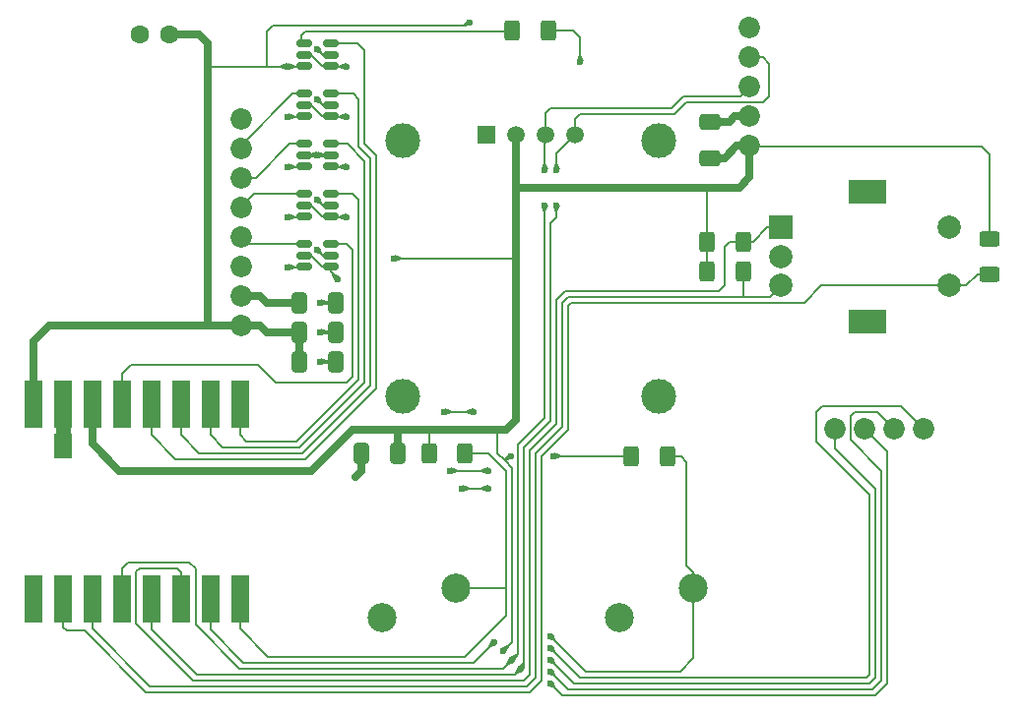
<source format=gtl>
G04 #@! TF.GenerationSoftware,KiCad,Pcbnew,9.0.5*
G04 #@! TF.CreationDate,2025-10-24T02:47:50+02:00*
G04 #@! TF.ProjectId,ESPHomeModule,45535048-6f6d-4654-9d6f-64756c652e6b,V1.0*
G04 #@! TF.SameCoordinates,Original*
G04 #@! TF.FileFunction,Copper,L1,Top*
G04 #@! TF.FilePolarity,Positive*
%FSLAX46Y46*%
G04 Gerber Fmt 4.6, Leading zero omitted, Abs format (unit mm)*
G04 Created by KiCad (PCBNEW 9.0.5) date 2025-10-24 02:47:50*
%MOMM*%
%LPD*%
G01*
G04 APERTURE LIST*
G04 Aperture macros list*
%AMRoundRect*
0 Rectangle with rounded corners*
0 $1 Rounding radius*
0 $2 $3 $4 $5 $6 $7 $8 $9 X,Y pos of 4 corners*
0 Add a 4 corners polygon primitive as box body*
4,1,4,$2,$3,$4,$5,$6,$7,$8,$9,$2,$3,0*
0 Add four circle primitives for the rounded corners*
1,1,$1+$1,$2,$3*
1,1,$1+$1,$4,$5*
1,1,$1+$1,$6,$7*
1,1,$1+$1,$8,$9*
0 Add four rect primitives between the rounded corners*
20,1,$1+$1,$2,$3,$4,$5,0*
20,1,$1+$1,$4,$5,$6,$7,0*
20,1,$1+$1,$6,$7,$8,$9,0*
20,1,$1+$1,$8,$9,$2,$3,0*%
G04 Aperture macros list end*
G04 #@! TA.AperFunction,ComponentPad*
%ADD10C,1.600000*%
G04 #@! TD*
G04 #@! TA.AperFunction,ComponentPad*
%ADD11C,1.850000*%
G04 #@! TD*
G04 #@! TA.AperFunction,SMDPad,CuDef*
%ADD12RoundRect,0.250000X-0.400000X-0.625000X0.400000X-0.625000X0.400000X0.625000X-0.400000X0.625000X0*%
G04 #@! TD*
G04 #@! TA.AperFunction,ComponentPad*
%ADD13R,2.000000X2.000000*%
G04 #@! TD*
G04 #@! TA.AperFunction,ComponentPad*
%ADD14C,2.000000*%
G04 #@! TD*
G04 #@! TA.AperFunction,ComponentPad*
%ADD15R,3.200000X2.000000*%
G04 #@! TD*
G04 #@! TA.AperFunction,SMDPad,CuDef*
%ADD16RoundRect,0.250000X0.400000X0.625000X-0.400000X0.625000X-0.400000X-0.625000X0.400000X-0.625000X0*%
G04 #@! TD*
G04 #@! TA.AperFunction,SMDPad,CuDef*
%ADD17RoundRect,0.250000X-0.412500X-0.650000X0.412500X-0.650000X0.412500X0.650000X-0.412500X0.650000X0*%
G04 #@! TD*
G04 #@! TA.AperFunction,ComponentPad*
%ADD18R,1.508000X1.508000*%
G04 #@! TD*
G04 #@! TA.AperFunction,ComponentPad*
%ADD19C,1.508000*%
G04 #@! TD*
G04 #@! TA.AperFunction,ComponentPad*
%ADD20C,3.000000*%
G04 #@! TD*
G04 #@! TA.AperFunction,SMDPad,CuDef*
%ADD21RoundRect,0.150000X0.512500X0.150000X-0.512500X0.150000X-0.512500X-0.150000X0.512500X-0.150000X0*%
G04 #@! TD*
G04 #@! TA.AperFunction,ComponentPad*
%ADD22C,2.500000*%
G04 #@! TD*
G04 #@! TA.AperFunction,SMDPad,CuDef*
%ADD23R,1.524000X4.025000*%
G04 #@! TD*
G04 #@! TA.AperFunction,SMDPad,CuDef*
%ADD24RoundRect,0.250000X0.412500X0.650000X-0.412500X0.650000X-0.412500X-0.650000X0.412500X-0.650000X0*%
G04 #@! TD*
G04 #@! TA.AperFunction,SMDPad,CuDef*
%ADD25RoundRect,0.250000X0.650000X-0.412500X0.650000X0.412500X-0.650000X0.412500X-0.650000X-0.412500X0*%
G04 #@! TD*
G04 #@! TA.AperFunction,SMDPad,CuDef*
%ADD26RoundRect,0.250000X-0.625000X0.400000X-0.625000X-0.400000X0.625000X-0.400000X0.625000X0.400000X0*%
G04 #@! TD*
G04 #@! TA.AperFunction,ViaPad*
%ADD27C,0.600000*%
G04 #@! TD*
G04 #@! TA.AperFunction,Conductor*
%ADD28C,0.200000*%
G04 #@! TD*
G04 #@! TA.AperFunction,Conductor*
%ADD29C,0.635000*%
G04 #@! TD*
G04 #@! TA.AperFunction,Conductor*
%ADD30C,0.317500*%
G04 #@! TD*
G04 #@! TA.AperFunction,Conductor*
%ADD31C,1.270000*%
G04 #@! TD*
G04 APERTURE END LIST*
D10*
X118442000Y-57834000D03*
X115942000Y-57834000D03*
D11*
X124600000Y-82900000D03*
X124600000Y-80360000D03*
X124600000Y-77820000D03*
X124600000Y-75280000D03*
X124600000Y-72740000D03*
X124600000Y-70200000D03*
X124600000Y-67660000D03*
X124600000Y-65120000D03*
D12*
X158150000Y-94200000D03*
X161250000Y-94200000D03*
D13*
X171000000Y-74500000D03*
D14*
X171000000Y-79500000D03*
X171000000Y-77000000D03*
D15*
X178500000Y-71400000D03*
X178500000Y-82600000D03*
D14*
X185500000Y-79500000D03*
X185500000Y-74500000D03*
D16*
X151050000Y-57500000D03*
X147950000Y-57500000D03*
D17*
X129599500Y-80948000D03*
X132724500Y-80948000D03*
D18*
X145690000Y-66500000D03*
D19*
X148230000Y-66500000D03*
X150770000Y-66500000D03*
X153310000Y-66500000D03*
D20*
X138500000Y-67000000D03*
X160500000Y-67000000D03*
X160500000Y-89000000D03*
X138500000Y-89000000D03*
D17*
X129599500Y-86028000D03*
X132724500Y-86028000D03*
D21*
X132299500Y-64880000D03*
X132299500Y-63930000D03*
X132299500Y-62980000D03*
X130024500Y-62980000D03*
X130024500Y-63930000D03*
X130024500Y-64880000D03*
D12*
X164700000Y-78250000D03*
X167800000Y-78250000D03*
D17*
X129599500Y-83488000D03*
X132724500Y-83488000D03*
D12*
X164700000Y-75750000D03*
X167800000Y-75750000D03*
D22*
X143110000Y-105540000D03*
X136760000Y-108080000D03*
D12*
X140788000Y-93902000D03*
X143888000Y-93902000D03*
D21*
X132299500Y-60562000D03*
X132299500Y-59612000D03*
X132299500Y-58662000D03*
X130024500Y-58662000D03*
X130024500Y-59612000D03*
X130024500Y-60562000D03*
D23*
X124530000Y-89718000D03*
X121990000Y-89718000D03*
X119450000Y-89718000D03*
X116910000Y-89718000D03*
X111830000Y-89718000D03*
X114370000Y-89718000D03*
X106744000Y-106482000D03*
X106750000Y-89718000D03*
X109284000Y-106482000D03*
X111824000Y-106482000D03*
X114364000Y-106482000D03*
X116904000Y-106482000D03*
X119444000Y-106482000D03*
X121984000Y-106482000D03*
X124524000Y-106482000D03*
X109290000Y-89718000D03*
D21*
X132299500Y-69198000D03*
X132299500Y-68248000D03*
X132299500Y-67298000D03*
X130024500Y-67298000D03*
X130024500Y-68248000D03*
X130024500Y-69198000D03*
D22*
X163510000Y-105540000D03*
X157160000Y-108080000D03*
D11*
X168350000Y-57320000D03*
X168350000Y-59860000D03*
X168350000Y-62400000D03*
X168350000Y-64940000D03*
X168350000Y-67480000D03*
D21*
X132299500Y-77834000D03*
X132299500Y-76884000D03*
X132299500Y-75934000D03*
X130024500Y-75934000D03*
X130024500Y-76884000D03*
X130024500Y-77834000D03*
X132299500Y-73516000D03*
X132299500Y-72566000D03*
X132299500Y-71616000D03*
X130024500Y-71616000D03*
X130024500Y-72566000D03*
X130024500Y-73516000D03*
D24*
X138058500Y-93902000D03*
X134933500Y-93902000D03*
D25*
X164944000Y-68540500D03*
X164944000Y-65415500D03*
D11*
X183320000Y-91800000D03*
X180780000Y-91800000D03*
X178240000Y-91800000D03*
X175700000Y-91800000D03*
D26*
X189000000Y-75450000D03*
X189000000Y-78550000D03*
D27*
X133702000Y-60628000D03*
X151228000Y-110666000D03*
X147164000Y-110920000D03*
X133702000Y-64946000D03*
X133702000Y-73582000D03*
X151482000Y-94156000D03*
X132940000Y-78916000D03*
X137766000Y-77138000D03*
X147799000Y-94156000D03*
X133702000Y-69264000D03*
X131162000Y-63422000D03*
X131416000Y-86028000D03*
X131416000Y-80948000D03*
X109700000Y-93300000D03*
X131162000Y-68248000D03*
X145894000Y-95426000D03*
X131162000Y-59104000D03*
X109700000Y-92600000D03*
X108900000Y-94000000D03*
X109700000Y-94000000D03*
X131162000Y-72058000D03*
X134464000Y-95934000D03*
X108900000Y-92600000D03*
X142592000Y-95426000D03*
X131416000Y-83488000D03*
X108900000Y-93300000D03*
X151228000Y-113714000D03*
X131162000Y-76376000D03*
X150720000Y-72566000D03*
X147926000Y-111682000D03*
X151228000Y-111682000D03*
X150720000Y-69518000D03*
X151228000Y-112698000D03*
X151736000Y-69518000D03*
X151736000Y-72566000D03*
X148688000Y-112444000D03*
X128622000Y-60628000D03*
X142084000Y-90346000D03*
X128622000Y-77900000D03*
X144250000Y-56818000D03*
X144624000Y-90346000D03*
X128622000Y-64946000D03*
X128622000Y-69264000D03*
X128622000Y-73582000D03*
X146402000Y-110158000D03*
X151228000Y-109650000D03*
X143608000Y-96950000D03*
X145894000Y-96950000D03*
X153768000Y-60247000D03*
D28*
X146656000Y-93902000D02*
X146656000Y-91870000D01*
X147926000Y-110158000D02*
X147926000Y-95172000D01*
X147926000Y-95172000D02*
X147291000Y-94537000D01*
X147799000Y-94156000D02*
X147672000Y-94156000D01*
X147164000Y-110920000D02*
X147926000Y-110158000D01*
X174596000Y-89838000D02*
X174088000Y-90346000D01*
D29*
X164690000Y-71042000D02*
X164944000Y-71042000D01*
X111830000Y-93112000D02*
X111830000Y-89718000D01*
D28*
X183320000Y-91800000D02*
X181358000Y-89838000D01*
X189000000Y-68174000D02*
X189000000Y-75450000D01*
X188312000Y-67486000D02*
X189000000Y-68174000D01*
X176120000Y-113206000D02*
X154784000Y-113206000D01*
X178660000Y-97458000D02*
X178660000Y-99236000D01*
X164700000Y-75750000D02*
X164700000Y-71052000D01*
X132874000Y-69198000D02*
X132512000Y-69198000D01*
D29*
X140814000Y-91870000D02*
X138020000Y-91870000D01*
D28*
X178660000Y-99236000D02*
X178660000Y-102792000D01*
X132299500Y-78275500D02*
X132940000Y-78916000D01*
X130654000Y-76884000D02*
X131604000Y-77834000D01*
D29*
X147418000Y-91870000D02*
X147164000Y-91870000D01*
D28*
X132874000Y-73516000D02*
X131604000Y-73516000D01*
D29*
X138058500Y-94156000D02*
X138058500Y-91908500D01*
X148230000Y-91058000D02*
X147418000Y-91870000D01*
D28*
X131604000Y-60562000D02*
X130654000Y-59612000D01*
X177390000Y-96188000D02*
X178660000Y-97458000D01*
X132940000Y-73582000D02*
X132874000Y-73516000D01*
D29*
X166175500Y-68540500D02*
X167236000Y-67480000D01*
D28*
X137766000Y-77138000D02*
X148230000Y-77138000D01*
X132940000Y-64946000D02*
X132874000Y-64880000D01*
X132940000Y-69264000D02*
X132874000Y-69198000D01*
X140814000Y-94130000D02*
X140814000Y-91870000D01*
X157944000Y-94156000D02*
X151482000Y-94156000D01*
X178406000Y-113206000D02*
X176120000Y-113206000D01*
X131604000Y-77834000D02*
X132512000Y-77834000D01*
X130654000Y-72566000D02*
X129812000Y-72566000D01*
X129812000Y-76884000D02*
X130654000Y-76884000D01*
X140788000Y-94156000D02*
X140814000Y-94130000D01*
X164700000Y-75750000D02*
X164700000Y-78250000D01*
X153768000Y-113206000D02*
X152498000Y-111936000D01*
D29*
X114144000Y-95426000D02*
X111830000Y-93112000D01*
D28*
X178660000Y-102792000D02*
X178660000Y-112444000D01*
X158150000Y-94200000D02*
X158100000Y-94200000D01*
X177898000Y-89838000D02*
X174596000Y-89838000D01*
X158000000Y-94100000D02*
X157944000Y-94156000D01*
X147291000Y-94537000D02*
X146656000Y-93902000D01*
D29*
X143862000Y-91870000D02*
X140814000Y-91870000D01*
X167484000Y-71042000D02*
X168350000Y-70176000D01*
D28*
X181358000Y-89838000D02*
X177898000Y-89838000D01*
D29*
X138058500Y-91908500D02*
X138020000Y-91870000D01*
D28*
X132299500Y-77834000D02*
X132299500Y-78275500D01*
X133702000Y-64946000D02*
X132940000Y-64946000D01*
X152498000Y-111936000D02*
X151228000Y-110666000D01*
D29*
X148230000Y-71042000D02*
X148230000Y-77138000D01*
D28*
X132874000Y-60562000D02*
X131604000Y-60562000D01*
D29*
X147164000Y-91870000D02*
X146656000Y-91870000D01*
D28*
X174088000Y-92886000D02*
X177390000Y-96188000D01*
X131604000Y-64880000D02*
X130654000Y-63930000D01*
X147672000Y-94156000D02*
X147291000Y-94537000D01*
X168350000Y-67480000D02*
X168356000Y-67486000D01*
X133702000Y-60628000D02*
X132940000Y-60628000D01*
D29*
X134210000Y-91870000D02*
X130654000Y-95426000D01*
X164944000Y-71042000D02*
X167484000Y-71042000D01*
D28*
X133702000Y-73582000D02*
X132940000Y-73582000D01*
D29*
X164700000Y-71052000D02*
X164690000Y-71042000D01*
X167236000Y-67480000D02*
X168350000Y-67480000D01*
D28*
X174088000Y-90346000D02*
X174088000Y-92886000D01*
X178660000Y-112952000D02*
X178406000Y-113206000D01*
D29*
X168350000Y-70176000D02*
X168350000Y-67480000D01*
X164944000Y-68540500D02*
X166175500Y-68540500D01*
D28*
X130654000Y-59612000D02*
X129812000Y-59612000D01*
X178660000Y-112444000D02*
X178660000Y-112952000D01*
X168356000Y-67486000D02*
X188312000Y-67486000D01*
X132940000Y-60628000D02*
X132874000Y-60562000D01*
X132874000Y-64880000D02*
X131604000Y-64880000D01*
D29*
X148230000Y-77138000D02*
X148230000Y-91058000D01*
X138020000Y-91870000D02*
X134210000Y-91870000D01*
X148230000Y-71042000D02*
X164690000Y-71042000D01*
X130654000Y-95426000D02*
X114144000Y-95426000D01*
D28*
X130654000Y-63930000D02*
X129812000Y-63930000D01*
D29*
X146656000Y-91870000D02*
X143862000Y-91870000D01*
D28*
X158100000Y-94200000D02*
X158000000Y-94100000D01*
X154784000Y-113206000D02*
X153768000Y-113206000D01*
X131604000Y-73516000D02*
X130654000Y-72566000D01*
D29*
X148230000Y-66500000D02*
X148230000Y-71042000D01*
D28*
X133702000Y-69264000D02*
X132940000Y-69264000D01*
X125254000Y-75934000D02*
X124600000Y-75280000D01*
X129812000Y-75934000D02*
X125254000Y-75934000D01*
X131162000Y-68248000D02*
X129812000Y-68248000D01*
D29*
X166584500Y-65415500D02*
X167060000Y-64940000D01*
D28*
X179168000Y-114730000D02*
X152244000Y-114730000D01*
X152244000Y-114730000D02*
X151228000Y-113714000D01*
X132512000Y-72566000D02*
X131670000Y-72566000D01*
X145894000Y-95426000D02*
X142592000Y-95426000D01*
X180184000Y-93744000D02*
X180184000Y-113714000D01*
D29*
X134933500Y-95464500D02*
X134464000Y-95934000D01*
D28*
X131670000Y-72566000D02*
X131162000Y-72058000D01*
D30*
X132724500Y-86028000D02*
X131416000Y-86028000D01*
D28*
X132512000Y-59612000D02*
X131670000Y-59612000D01*
D29*
X164944000Y-65415500D02*
X166584500Y-65415500D01*
D28*
X132512000Y-63930000D02*
X131670000Y-63930000D01*
X131670000Y-59612000D02*
X131162000Y-59104000D01*
D30*
X132724500Y-80948000D02*
X131416000Y-80948000D01*
D28*
X131670000Y-76884000D02*
X131162000Y-76376000D01*
D31*
X109290000Y-89718000D02*
X109290000Y-92390000D01*
D29*
X134933500Y-94156000D02*
X134933500Y-95464500D01*
D28*
X132512000Y-68248000D02*
X131162000Y-68248000D01*
D29*
X167060000Y-64940000D02*
X168350000Y-64940000D01*
D30*
X132724500Y-83488000D02*
X131416000Y-83488000D01*
D31*
X109300000Y-92400000D02*
X109290000Y-92390000D01*
D28*
X131670000Y-63930000D02*
X131162000Y-63422000D01*
X180184000Y-113714000D02*
X179168000Y-114730000D01*
X132512000Y-76884000D02*
X131670000Y-76884000D01*
X178240000Y-91800000D02*
X180184000Y-93744000D01*
X125724000Y-71616000D02*
X124600000Y-72740000D01*
X129812000Y-71616000D02*
X125724000Y-71616000D01*
X147926000Y-111682000D02*
X147164000Y-112444000D01*
X148434000Y-93140000D02*
X148434000Y-111174000D01*
X162658000Y-63168000D02*
X167582000Y-63168000D01*
X179168000Y-96950000D02*
X179168000Y-113206000D01*
X120700000Y-103887000D02*
X120113000Y-103300000D01*
X150720000Y-72566000D02*
X150720000Y-90854000D01*
X147164000Y-112444000D02*
X124444000Y-112444000D01*
X153260000Y-113714000D02*
X151228000Y-111682000D01*
X150720000Y-90854000D02*
X148434000Y-93140000D01*
X150770000Y-66500000D02*
X150720000Y-66550000D01*
X161642000Y-64184000D02*
X162658000Y-63168000D01*
X178660000Y-113714000D02*
X153260000Y-113714000D01*
X120700000Y-108700000D02*
X120700000Y-103887000D01*
X148434000Y-111174000D02*
X147926000Y-111682000D01*
X124444000Y-112444000D02*
X120700000Y-108700000D01*
X179168000Y-113206000D02*
X178660000Y-113714000D01*
X120113000Y-103300000D02*
X114906000Y-103300000D01*
X175700000Y-91800000D02*
X175700000Y-93482000D01*
X150770000Y-66500000D02*
X150770000Y-64642000D01*
X151228000Y-64184000D02*
X161642000Y-64184000D01*
X150720000Y-66550000D02*
X150720000Y-66724000D01*
X167582000Y-63168000D02*
X168350000Y-62400000D01*
X175700000Y-93482000D02*
X179168000Y-96950000D01*
X114906000Y-103300000D02*
X114364000Y-103842000D01*
X150720000Y-66550000D02*
X150720000Y-69518000D01*
X114364000Y-103842000D02*
X114364000Y-106482000D01*
X150770000Y-64642000D02*
X151228000Y-64184000D01*
X180780000Y-91800000D02*
X179326000Y-90346000D01*
X170024000Y-63168000D02*
X170024000Y-60374000D01*
X151736000Y-72566000D02*
X151736000Y-73582000D01*
X162912000Y-63676000D02*
X169516000Y-63676000D01*
X179676000Y-113460000D02*
X178914000Y-114222000D01*
X177000000Y-92750000D02*
X179676000Y-95426000D01*
X178914000Y-114222000D02*
X152752000Y-114222000D01*
X169516000Y-63676000D02*
X170024000Y-63168000D01*
X179326000Y-90346000D02*
X177390000Y-90346000D01*
X148942000Y-112190000D02*
X148688000Y-112444000D01*
X152752000Y-114222000D02*
X151228000Y-112698000D01*
X151736000Y-68074000D02*
X153310000Y-66500000D01*
X116904000Y-106482000D02*
X116904000Y-109056000D01*
X153768000Y-64692000D02*
X161896000Y-64692000D01*
X177390000Y-90346000D02*
X177000000Y-90736000D01*
X153310000Y-66500000D02*
X153310000Y-65150000D01*
X177000000Y-90736000D02*
X177000000Y-92750000D01*
X170024000Y-60374000D02*
X169510000Y-59860000D01*
X148180000Y-112952000D02*
X120800000Y-112952000D01*
X116904000Y-109056000D02*
X120800000Y-112952000D01*
X153310000Y-65150000D02*
X153768000Y-64692000D01*
X179676000Y-95426000D02*
X179676000Y-113460000D01*
X148688000Y-112444000D02*
X148180000Y-112952000D01*
X151736000Y-73582000D02*
X151228000Y-74090000D01*
X161896000Y-64692000D02*
X162912000Y-63676000D01*
X148942000Y-93394000D02*
X148942000Y-112190000D01*
X151228000Y-91108000D02*
X148942000Y-93394000D01*
X151736000Y-69518000D02*
X151736000Y-68074000D01*
X151228000Y-74090000D02*
X151228000Y-91108000D01*
X169510000Y-59860000D02*
X168350000Y-59860000D01*
D29*
X106750000Y-84278000D02*
X108128000Y-82900000D01*
X129599500Y-83488000D02*
X129599500Y-86028000D01*
X124600000Y-82900000D02*
X121764000Y-82900000D01*
D28*
X129450000Y-77834000D02*
X129812000Y-77834000D01*
X129384000Y-73582000D02*
X129450000Y-73516000D01*
D29*
X126844000Y-83488000D02*
X129599500Y-83488000D01*
D28*
X129704000Y-60562000D02*
X129812000Y-60562000D01*
X129384000Y-77900000D02*
X129450000Y-77834000D01*
X129638000Y-60628000D02*
X129704000Y-60562000D01*
X144624000Y-90346000D02*
X142084000Y-90346000D01*
D29*
X126256000Y-82900000D02*
X126844000Y-83488000D01*
X121764000Y-59104000D02*
X121764000Y-58596000D01*
D28*
X129384000Y-64946000D02*
X129450000Y-64880000D01*
D29*
X121002000Y-57834000D02*
X118442000Y-57834000D01*
D28*
X129450000Y-69198000D02*
X129812000Y-69198000D01*
X129450000Y-64880000D02*
X129812000Y-64880000D01*
D29*
X108128000Y-82900000D02*
X121764000Y-82900000D01*
X121764000Y-60628000D02*
X121764000Y-60374000D01*
D28*
X128622000Y-64946000D02*
X129384000Y-64946000D01*
X128622000Y-77900000D02*
X129384000Y-77900000D01*
X129450000Y-73516000D02*
X129812000Y-73516000D01*
X128622000Y-69264000D02*
X129384000Y-69264000D01*
D29*
X124600000Y-82900000D02*
X126256000Y-82900000D01*
D28*
X128622000Y-60628000D02*
X129638000Y-60628000D01*
D29*
X106750000Y-89718000D02*
X106750000Y-84278000D01*
X121764000Y-82900000D02*
X121764000Y-60628000D01*
D28*
X126844000Y-60628000D02*
X121764000Y-60628000D01*
X129384000Y-69264000D02*
X129450000Y-69198000D01*
X128622000Y-60628000D02*
X126844000Y-60628000D01*
D29*
X121764000Y-60374000D02*
X121764000Y-59104000D01*
X121764000Y-58596000D02*
X121002000Y-57834000D01*
D28*
X128622000Y-73582000D02*
X129384000Y-73582000D01*
X129812000Y-67298000D02*
X128810000Y-67298000D01*
X128810000Y-67298000D02*
X125908000Y-70200000D01*
X125908000Y-70200000D02*
X124600000Y-70200000D01*
X129064000Y-62980000D02*
X124600000Y-67444000D01*
X124600000Y-67444000D02*
X124600000Y-67660000D01*
X129812000Y-62980000D02*
X129064000Y-62980000D01*
X134718000Y-63422000D02*
X134718000Y-67486000D01*
X134276000Y-62980000D02*
X134718000Y-63422000D01*
X134718000Y-67486000D02*
X135734000Y-68502000D01*
X132512000Y-62980000D02*
X134276000Y-62980000D01*
X129892000Y-93902000D02*
X121002000Y-93902000D01*
X135734000Y-68502000D02*
X135734000Y-88060000D01*
X135734000Y-88060000D02*
X129892000Y-93902000D01*
X121002000Y-93902000D02*
X119450000Y-92350000D01*
X119450000Y-92350000D02*
X119450000Y-89718000D01*
X121990000Y-92350000D02*
X121990000Y-89718000D01*
X135226000Y-68756000D02*
X135226000Y-87806000D01*
X129638000Y-93394000D02*
X123034000Y-93394000D01*
X132512000Y-67298000D02*
X133768000Y-67298000D01*
X133768000Y-67298000D02*
X135226000Y-68756000D01*
X135226000Y-87806000D02*
X129638000Y-93394000D01*
X123034000Y-93394000D02*
X121990000Y-92350000D01*
X127606000Y-87806000D02*
X126082000Y-86282000D01*
X133702000Y-75934000D02*
X134210000Y-76442000D01*
X115160000Y-86282000D02*
X114370000Y-87072000D01*
X126082000Y-86282000D02*
X115160000Y-86282000D01*
X134210000Y-76442000D02*
X134210000Y-87298000D01*
X134210000Y-87298000D02*
X133702000Y-87806000D01*
X132512000Y-75934000D02*
X133702000Y-75934000D01*
X133702000Y-87806000D02*
X127606000Y-87806000D01*
X114370000Y-87072000D02*
X114370000Y-89718000D01*
X124530000Y-92350000D02*
X124530000Y-89718000D01*
X134210000Y-71616000D02*
X134718000Y-72124000D01*
X129384000Y-92886000D02*
X125066000Y-92886000D01*
X132512000Y-71616000D02*
X134210000Y-71616000D01*
X134718000Y-87552000D02*
X129384000Y-92886000D01*
X134718000Y-72124000D02*
X134718000Y-87552000D01*
X125066000Y-92886000D02*
X124530000Y-92350000D01*
X115600000Y-108600000D02*
X115600000Y-104130000D01*
X115922000Y-103808000D02*
X119097000Y-103808000D01*
X167800000Y-75750000D02*
X166586000Y-75750000D01*
X151736000Y-91362000D02*
X149450000Y-93648000D01*
X149450000Y-93648000D02*
X149450000Y-112952000D01*
X149450000Y-112952000D02*
X148942000Y-113460000D01*
X165706000Y-79932000D02*
X152498000Y-79932000D01*
X148942000Y-113460000D02*
X120460000Y-113460000D01*
X167800000Y-75750000D02*
X168618000Y-75750000D01*
X120460000Y-113460000D02*
X115600000Y-108600000D01*
X169868000Y-74500000D02*
X171000000Y-74500000D01*
X115600000Y-104130000D02*
X115922000Y-103808000D01*
X166586000Y-75750000D02*
X166214000Y-76122000D01*
X166214000Y-76122000D02*
X166214000Y-79424000D01*
X151736000Y-80694000D02*
X151736000Y-91362000D01*
X119444000Y-104155000D02*
X119444000Y-106482000D01*
X119097000Y-103808000D02*
X119444000Y-104155000D01*
X152498000Y-79932000D02*
X151736000Y-80694000D01*
X166214000Y-79424000D02*
X165706000Y-79932000D01*
X168618000Y-75750000D02*
X169868000Y-74500000D01*
X149958000Y-113206000D02*
X149196000Y-113968000D01*
X152244000Y-80948000D02*
X152244000Y-91616000D01*
X149196000Y-113968000D02*
X116768000Y-113968000D01*
X171000000Y-79500000D02*
X170060000Y-80440000D01*
X167800000Y-78250000D02*
X167800000Y-80378000D01*
X152752000Y-80440000D02*
X152244000Y-80948000D01*
X167738000Y-80440000D02*
X152752000Y-80440000D01*
X170060000Y-80440000D02*
X167738000Y-80440000D01*
X111824000Y-109024000D02*
X116768000Y-113968000D01*
X167800000Y-80378000D02*
X167738000Y-80440000D01*
X152244000Y-91616000D02*
X149958000Y-93902000D01*
X149958000Y-93902000D02*
X149958000Y-113206000D01*
X111824000Y-106482000D02*
X111824000Y-109024000D01*
X149450000Y-114476000D02*
X150466000Y-113460000D01*
X153006000Y-80948000D02*
X173072000Y-80948000D01*
X109300000Y-106498000D02*
X109300000Y-108900000D01*
X116430000Y-114476000D02*
X149450000Y-114476000D01*
X174520000Y-79500000D02*
X185500000Y-79500000D01*
X109600000Y-109200000D02*
X111154000Y-109200000D01*
X186966000Y-79500000D02*
X185500000Y-79500000D01*
X109206908Y-107379908D02*
X109222908Y-107395908D01*
X187916000Y-78550000D02*
X186966000Y-79500000D01*
X173072000Y-80948000D02*
X174520000Y-79500000D01*
X111154000Y-109200000D02*
X116430000Y-114476000D01*
X109300000Y-108900000D02*
X109600000Y-109200000D01*
X152752000Y-81202000D02*
X153006000Y-80948000D01*
X189000000Y-78550000D02*
X187916000Y-78550000D01*
X150466000Y-94156000D02*
X152752000Y-91870000D01*
X150466000Y-113460000D02*
X150466000Y-94156000D01*
X152752000Y-91870000D02*
X152752000Y-81202000D01*
X132512000Y-58662000D02*
X134652000Y-58662000D01*
X134652000Y-58662000D02*
X135226000Y-59236000D01*
X135226000Y-59236000D02*
X135226000Y-67232000D01*
X118970000Y-94410000D02*
X116910000Y-92350000D01*
X116910000Y-92350000D02*
X116910000Y-89718000D01*
X136242000Y-88314000D02*
X130146000Y-94410000D01*
X136242000Y-68248000D02*
X136242000Y-88314000D01*
X135226000Y-67232000D02*
X136242000Y-68248000D01*
X130146000Y-94410000D02*
X118970000Y-94410000D01*
X126900000Y-111428000D02*
X143862000Y-111428000D01*
X143110000Y-105540000D02*
X147372000Y-105540000D01*
X147418000Y-107872000D02*
X147418000Y-105586000D01*
X147418000Y-105586000D02*
X147418000Y-95426000D01*
X124524000Y-109052000D02*
X126900000Y-111428000D01*
X147418000Y-95426000D02*
X145894000Y-93902000D01*
X145894000Y-93902000D02*
X143888000Y-93902000D01*
X143862000Y-111428000D02*
X147418000Y-107872000D01*
X143110000Y-105540000D02*
X142846000Y-105276000D01*
X124524000Y-106482000D02*
X124524000Y-109052000D01*
X147372000Y-105540000D02*
X147418000Y-105586000D01*
X144624000Y-111936000D02*
X124800000Y-111936000D01*
X162912000Y-94664000D02*
X162912000Y-103554000D01*
X121984000Y-106482000D02*
X121984000Y-109120000D01*
X146402000Y-110158000D02*
X144624000Y-111936000D01*
X121984000Y-109120000D02*
X124800000Y-111936000D01*
X163510000Y-111592000D02*
X163510000Y-105540000D01*
X162448000Y-94200000D02*
X162912000Y-94664000D01*
X163510000Y-104152000D02*
X163510000Y-105540000D01*
X162404000Y-112698000D02*
X163510000Y-111592000D01*
X161250000Y-94200000D02*
X162448000Y-94200000D01*
X154276000Y-112698000D02*
X162404000Y-112698000D01*
X151228000Y-109650000D02*
X154276000Y-112698000D01*
X162912000Y-103554000D02*
X163510000Y-104152000D01*
X143608000Y-96950000D02*
X145894000Y-96950000D01*
D29*
X124600000Y-80360000D02*
X126256000Y-80360000D01*
X126256000Y-80360000D02*
X126844000Y-80948000D01*
X126844000Y-80948000D02*
X129599500Y-80948000D01*
D28*
X130146000Y-57580000D02*
X147870000Y-57580000D01*
X129812000Y-58662000D02*
X129812000Y-57914000D01*
X129812000Y-57914000D02*
X130146000Y-57580000D01*
X147870000Y-57580000D02*
X147950000Y-57500000D01*
X151050000Y-57500000D02*
X153180000Y-57500000D01*
X153180000Y-57500000D02*
X153768000Y-58088000D01*
X153768000Y-58088000D02*
X153768000Y-60247000D01*
X126844000Y-57580000D02*
X126844000Y-60628000D01*
X127352000Y-57072000D02*
X126844000Y-57580000D01*
X143887000Y-57072000D02*
X127352000Y-57072000D01*
X144141000Y-56818000D02*
X143887000Y-57072000D01*
X144250000Y-56818000D02*
X144141000Y-56818000D01*
G04 #@! TA.AperFunction,Conductor*
G36*
X109946288Y-92218954D02*
G01*
X110027070Y-92272930D01*
X110081046Y-92353712D01*
X110100000Y-92449000D01*
X110100000Y-94151000D01*
X110081046Y-94246288D01*
X110027070Y-94327070D01*
X109946288Y-94381046D01*
X109851000Y-94400000D01*
X108749000Y-94400000D01*
X108653712Y-94381046D01*
X108572930Y-94327070D01*
X108518954Y-94246288D01*
X108500000Y-94151000D01*
X108500000Y-92449000D01*
X108518954Y-92353712D01*
X108572930Y-92272930D01*
X108653712Y-92218954D01*
X108749000Y-92200000D01*
X109851000Y-92200000D01*
X109946288Y-92218954D01*
G37*
G04 #@! TD.AperFunction*
G04 #@! TA.AperFunction,Conductor*
G36*
X147519277Y-110434902D02*
G01*
X147649097Y-110564722D01*
X147652524Y-110572995D01*
X147651422Y-110577953D01*
X147419193Y-111074373D01*
X147412583Y-111080414D01*
X147403637Y-111080013D01*
X147402127Y-111079164D01*
X147165265Y-110922015D01*
X147161984Y-110918734D01*
X147004835Y-110681872D01*
X147003116Y-110673084D01*
X147008116Y-110665655D01*
X147009621Y-110664808D01*
X147506048Y-110432576D01*
X147514992Y-110432176D01*
X147519277Y-110434902D01*
G37*
G04 #@! TD.AperFunction*
G04 #@! TA.AperFunction,Conductor*
G36*
X132597949Y-78428576D02*
G01*
X132908713Y-78573953D01*
X133094373Y-78660806D01*
X133100414Y-78667416D01*
X133100013Y-78676362D01*
X133099164Y-78677872D01*
X132942015Y-78914734D01*
X132938734Y-78918015D01*
X132701872Y-79075164D01*
X132693084Y-79076883D01*
X132685655Y-79071883D01*
X132684806Y-79070373D01*
X132611997Y-78914734D01*
X132452576Y-78573951D01*
X132452176Y-78565007D01*
X132454900Y-78560724D01*
X132584723Y-78430901D01*
X132592995Y-78427475D01*
X132597949Y-78428576D01*
G37*
G04 #@! TD.AperFunction*
G04 #@! TA.AperFunction,Conductor*
G36*
X137837282Y-76848389D02*
G01*
X138352525Y-77035204D01*
X138359134Y-77041244D01*
X138360236Y-77046202D01*
X138360236Y-77229797D01*
X138356809Y-77238070D01*
X138352524Y-77240796D01*
X137837290Y-77427608D01*
X137828344Y-77427207D01*
X137822303Y-77420597D01*
X137821837Y-77418939D01*
X137765469Y-77140318D01*
X137765469Y-77135680D01*
X137821835Y-76857067D01*
X137826834Y-76849641D01*
X137835622Y-76847922D01*
X137837282Y-76848389D01*
G37*
G04 #@! TD.AperFunction*
G04 #@! TA.AperFunction,Conductor*
G36*
X151553282Y-93866389D02*
G01*
X152068525Y-94053204D01*
X152075134Y-94059244D01*
X152076236Y-94064202D01*
X152076236Y-94247797D01*
X152072809Y-94256070D01*
X152068524Y-94258796D01*
X151553290Y-94445608D01*
X151544344Y-94445207D01*
X151538303Y-94438597D01*
X151537837Y-94436939D01*
X151481469Y-94158318D01*
X151481469Y-94153680D01*
X151537835Y-93875067D01*
X151542834Y-93867641D01*
X151551622Y-93865922D01*
X151553282Y-93866389D01*
G37*
G04 #@! TD.AperFunction*
G04 #@! TA.AperFunction,Conductor*
G36*
X133639655Y-64656792D02*
G01*
X133645696Y-64663402D01*
X133646165Y-64665070D01*
X133702530Y-64943680D01*
X133702530Y-64948320D01*
X133646165Y-65226929D01*
X133641165Y-65234358D01*
X133632377Y-65236077D01*
X133630709Y-65235608D01*
X133115476Y-65048796D01*
X133108866Y-65042755D01*
X133107764Y-65037797D01*
X133107764Y-64854202D01*
X133111191Y-64845929D01*
X133115473Y-64843204D01*
X133630711Y-64656391D01*
X133639655Y-64656792D01*
G37*
G04 #@! TD.AperFunction*
G04 #@! TA.AperFunction,Conductor*
G36*
X151482344Y-110510116D02*
G01*
X151483193Y-110511626D01*
X151555080Y-110665293D01*
X151674791Y-110921193D01*
X151715422Y-111008046D01*
X151715823Y-111016992D01*
X151713097Y-111021277D01*
X151583277Y-111151097D01*
X151575004Y-111154524D01*
X151570047Y-111153422D01*
X151419428Y-111082961D01*
X151073626Y-110921193D01*
X151067585Y-110914583D01*
X151067986Y-110905637D01*
X151068835Y-110904127D01*
X151225985Y-110667263D01*
X151229263Y-110663985D01*
X151466127Y-110506834D01*
X151474915Y-110505116D01*
X151482344Y-110510116D01*
G37*
G04 #@! TD.AperFunction*
G04 #@! TA.AperFunction,Conductor*
G36*
X147559283Y-93995780D02*
G01*
X147795634Y-94152591D01*
X147800633Y-94160017D01*
X147800646Y-94160087D01*
X147800647Y-94160088D01*
X147855425Y-94439514D01*
X147853654Y-94448292D01*
X147846975Y-94453066D01*
X147401708Y-94572487D01*
X147392829Y-94571320D01*
X147390404Y-94569459D01*
X147260546Y-94439601D01*
X147257119Y-94431328D01*
X147259085Y-94424836D01*
X147435712Y-94160019D01*
X147543084Y-93999036D01*
X147550524Y-93994057D01*
X147559283Y-93995780D01*
G37*
G04 #@! TD.AperFunction*
G04 #@! TA.AperFunction,Conductor*
G36*
X133639655Y-60338792D02*
G01*
X133645696Y-60345402D01*
X133646165Y-60347070D01*
X133702530Y-60625680D01*
X133702530Y-60630320D01*
X133646165Y-60908929D01*
X133641165Y-60916358D01*
X133632377Y-60918077D01*
X133630709Y-60917608D01*
X133115476Y-60730796D01*
X133108866Y-60724755D01*
X133107764Y-60719797D01*
X133107764Y-60536202D01*
X133111191Y-60527929D01*
X133115473Y-60525204D01*
X133630711Y-60338391D01*
X133639655Y-60338792D01*
G37*
G04 #@! TD.AperFunction*
G04 #@! TA.AperFunction,Conductor*
G36*
X133639655Y-73292792D02*
G01*
X133645696Y-73299402D01*
X133646165Y-73301070D01*
X133702530Y-73579680D01*
X133702530Y-73584320D01*
X133646165Y-73862929D01*
X133641165Y-73870358D01*
X133632377Y-73872077D01*
X133630709Y-73871608D01*
X133115476Y-73684796D01*
X133108866Y-73678755D01*
X133107764Y-73673797D01*
X133107764Y-73490202D01*
X133111191Y-73481929D01*
X133115473Y-73479204D01*
X133630711Y-73292391D01*
X133639655Y-73292792D01*
G37*
G04 #@! TD.AperFunction*
G04 #@! TA.AperFunction,Conductor*
G36*
X133639655Y-68974792D02*
G01*
X133645696Y-68981402D01*
X133646165Y-68983070D01*
X133702530Y-69261680D01*
X133702530Y-69266320D01*
X133646165Y-69544929D01*
X133641165Y-69552358D01*
X133632377Y-69554077D01*
X133630709Y-69553608D01*
X133115476Y-69366796D01*
X133108866Y-69360755D01*
X133107764Y-69355797D01*
X133107764Y-69172202D01*
X133111191Y-69163929D01*
X133115473Y-69161204D01*
X133630711Y-68974391D01*
X133639655Y-68974792D01*
G37*
G04 #@! TD.AperFunction*
G04 #@! TA.AperFunction,Conductor*
G36*
X131099655Y-67958792D02*
G01*
X131105696Y-67965402D01*
X131106165Y-67967070D01*
X131162530Y-68245680D01*
X131162530Y-68250320D01*
X131106165Y-68528929D01*
X131101165Y-68536358D01*
X131092377Y-68538077D01*
X131090709Y-68537608D01*
X130575476Y-68350796D01*
X130568866Y-68344755D01*
X130567764Y-68339797D01*
X130567764Y-68156202D01*
X130571191Y-68147929D01*
X130575473Y-68145204D01*
X131090711Y-67958391D01*
X131099655Y-67958792D01*
G37*
G04 #@! TD.AperFunction*
G04 #@! TA.AperFunction,Conductor*
G36*
X151482344Y-113558116D02*
G01*
X151483193Y-113559626D01*
X151555080Y-113713293D01*
X151674791Y-113969193D01*
X151715422Y-114056046D01*
X151715823Y-114064992D01*
X151713097Y-114069277D01*
X151583277Y-114199097D01*
X151575004Y-114202524D01*
X151570047Y-114201422D01*
X151419428Y-114130961D01*
X151073626Y-113969193D01*
X151067585Y-113962583D01*
X151067986Y-113953637D01*
X151068835Y-113952127D01*
X151225985Y-113715263D01*
X151229263Y-113711985D01*
X151466127Y-113554834D01*
X151474915Y-113553116D01*
X151482344Y-113558116D01*
G37*
G04 #@! TD.AperFunction*
G04 #@! TA.AperFunction,Conductor*
G36*
X145831655Y-95136792D02*
G01*
X145837696Y-95143402D01*
X145838165Y-95145070D01*
X145894530Y-95423680D01*
X145894530Y-95428320D01*
X145838165Y-95706929D01*
X145833165Y-95714358D01*
X145824377Y-95716077D01*
X145822709Y-95715608D01*
X145307476Y-95528796D01*
X145300866Y-95522755D01*
X145299764Y-95517797D01*
X145299764Y-95334202D01*
X145303191Y-95325929D01*
X145307473Y-95323204D01*
X145822711Y-95136391D01*
X145831655Y-95136792D01*
G37*
G04 #@! TD.AperFunction*
G04 #@! TA.AperFunction,Conductor*
G36*
X142663282Y-95136389D02*
G01*
X143178525Y-95323204D01*
X143185134Y-95329244D01*
X143186236Y-95334202D01*
X143186236Y-95517797D01*
X143182809Y-95526070D01*
X143178524Y-95528796D01*
X142663290Y-95715608D01*
X142654344Y-95715207D01*
X142648303Y-95708597D01*
X142647837Y-95706939D01*
X142591469Y-95428318D01*
X142591469Y-95423680D01*
X142647835Y-95145067D01*
X142652834Y-95137641D01*
X142661622Y-95135922D01*
X142663282Y-95136389D01*
G37*
G04 #@! TD.AperFunction*
G04 #@! TA.AperFunction,Conductor*
G36*
X131416344Y-71902116D02*
G01*
X131417193Y-71903626D01*
X131489080Y-72057293D01*
X131608791Y-72313193D01*
X131649422Y-72400046D01*
X131649823Y-72408992D01*
X131647097Y-72413277D01*
X131517277Y-72543097D01*
X131509004Y-72546524D01*
X131504047Y-72545422D01*
X131353428Y-72474961D01*
X131007626Y-72313193D01*
X131001585Y-72306583D01*
X131001986Y-72297637D01*
X131002835Y-72296127D01*
X131159985Y-72059263D01*
X131163263Y-72055985D01*
X131400127Y-71898834D01*
X131408915Y-71897116D01*
X131416344Y-71902116D01*
G37*
G04 #@! TD.AperFunction*
G04 #@! TA.AperFunction,Conductor*
G36*
X131486423Y-85736772D02*
G01*
X132001406Y-85867016D01*
X132008585Y-85872367D01*
X132010236Y-85878359D01*
X132010236Y-86177640D01*
X132006809Y-86185913D01*
X132001405Y-86188983D01*
X131486429Y-86319225D01*
X131477568Y-86317931D01*
X131472217Y-86310751D01*
X131472092Y-86310202D01*
X131447568Y-86188983D01*
X131415469Y-86030318D01*
X131415469Y-86025680D01*
X131472092Y-85745795D01*
X131477092Y-85738368D01*
X131485880Y-85736649D01*
X131486423Y-85736772D01*
G37*
G04 #@! TD.AperFunction*
G04 #@! TA.AperFunction,Conductor*
G36*
X131416344Y-58948116D02*
G01*
X131417193Y-58949626D01*
X131489080Y-59103293D01*
X131608791Y-59359193D01*
X131649422Y-59446046D01*
X131649823Y-59454992D01*
X131647097Y-59459277D01*
X131517277Y-59589097D01*
X131509004Y-59592524D01*
X131504047Y-59591422D01*
X131353428Y-59520961D01*
X131007626Y-59359193D01*
X131001585Y-59352583D01*
X131001986Y-59343637D01*
X131002835Y-59342127D01*
X131159985Y-59105263D01*
X131163263Y-59101985D01*
X131400127Y-58944834D01*
X131408915Y-58943116D01*
X131416344Y-58948116D01*
G37*
G04 #@! TD.AperFunction*
G04 #@! TA.AperFunction,Conductor*
G36*
X131486423Y-80656772D02*
G01*
X132001406Y-80787016D01*
X132008585Y-80792367D01*
X132010236Y-80798359D01*
X132010236Y-81097640D01*
X132006809Y-81105913D01*
X132001405Y-81108983D01*
X131486429Y-81239225D01*
X131477568Y-81237931D01*
X131472217Y-81230751D01*
X131472092Y-81230202D01*
X131447568Y-81108983D01*
X131415469Y-80950318D01*
X131415469Y-80945680D01*
X131472092Y-80665795D01*
X131477092Y-80658368D01*
X131485880Y-80656649D01*
X131486423Y-80656772D01*
G37*
G04 #@! TD.AperFunction*
G04 #@! TA.AperFunction,Conductor*
G36*
X131416344Y-76220116D02*
G01*
X131417193Y-76221626D01*
X131489080Y-76375293D01*
X131608791Y-76631193D01*
X131649422Y-76718046D01*
X131649823Y-76726992D01*
X131647097Y-76731277D01*
X131517277Y-76861097D01*
X131509004Y-76864524D01*
X131504047Y-76863422D01*
X131353428Y-76792961D01*
X131007626Y-76631193D01*
X131001585Y-76624583D01*
X131001986Y-76615637D01*
X131002835Y-76614127D01*
X131159985Y-76377263D01*
X131163263Y-76373985D01*
X131400127Y-76216834D01*
X131408915Y-76215116D01*
X131416344Y-76220116D01*
G37*
G04 #@! TD.AperFunction*
G04 #@! TA.AperFunction,Conductor*
G36*
X131233282Y-67958389D02*
G01*
X131748525Y-68145204D01*
X131755134Y-68151244D01*
X131756236Y-68156202D01*
X131756236Y-68339797D01*
X131752809Y-68348070D01*
X131748524Y-68350796D01*
X131233290Y-68537608D01*
X131224344Y-68537207D01*
X131218303Y-68530597D01*
X131217837Y-68528939D01*
X131161469Y-68250318D01*
X131161469Y-68245680D01*
X131217835Y-67967067D01*
X131222834Y-67959641D01*
X131231622Y-67957922D01*
X131233282Y-67958389D01*
G37*
G04 #@! TD.AperFunction*
G04 #@! TA.AperFunction,Conductor*
G36*
X131486423Y-83196772D02*
G01*
X132001406Y-83327016D01*
X132008585Y-83332367D01*
X132010236Y-83338359D01*
X132010236Y-83637640D01*
X132006809Y-83645913D01*
X132001405Y-83648983D01*
X131486429Y-83779225D01*
X131477568Y-83777931D01*
X131472217Y-83770751D01*
X131472092Y-83770202D01*
X131447568Y-83648983D01*
X131415469Y-83490318D01*
X131415469Y-83485680D01*
X131472092Y-83205795D01*
X131477092Y-83198368D01*
X131485880Y-83196649D01*
X131486423Y-83196772D01*
G37*
G04 #@! TD.AperFunction*
G04 #@! TA.AperFunction,Conductor*
G36*
X131416344Y-63266116D02*
G01*
X131417193Y-63267626D01*
X131489080Y-63421293D01*
X131608791Y-63677193D01*
X131649422Y-63764046D01*
X131649823Y-63772992D01*
X131647097Y-63777277D01*
X131517277Y-63907097D01*
X131509004Y-63910524D01*
X131504047Y-63909422D01*
X131353428Y-63838961D01*
X131007626Y-63677193D01*
X131001585Y-63670583D01*
X131001986Y-63661637D01*
X131002835Y-63660127D01*
X131159985Y-63423263D01*
X131163263Y-63419985D01*
X131400127Y-63262834D01*
X131408915Y-63261116D01*
X131416344Y-63266116D01*
G37*
G04 #@! TD.AperFunction*
G04 #@! TA.AperFunction,Conductor*
G36*
X147686362Y-111521986D02*
G01*
X147687872Y-111522835D01*
X147924734Y-111679984D01*
X147928015Y-111683265D01*
X148085164Y-111920127D01*
X148086883Y-111928915D01*
X148081883Y-111936344D01*
X148080373Y-111937193D01*
X147583953Y-112169422D01*
X147575007Y-112169823D01*
X147570722Y-112167097D01*
X147440902Y-112037277D01*
X147437475Y-112029004D01*
X147438575Y-112024051D01*
X147670806Y-111527625D01*
X147677416Y-111521585D01*
X147686362Y-111521986D01*
G37*
G04 #@! TD.AperFunction*
G04 #@! TA.AperFunction,Conductor*
G36*
X151000930Y-72621835D02*
G01*
X151008358Y-72626834D01*
X151010077Y-72635622D01*
X151009608Y-72637290D01*
X150822796Y-73152524D01*
X150816755Y-73159134D01*
X150811797Y-73160236D01*
X150628203Y-73160236D01*
X150619930Y-73156809D01*
X150617204Y-73152524D01*
X150569544Y-73021078D01*
X150430391Y-72637288D01*
X150430792Y-72628344D01*
X150437402Y-72622303D01*
X150439056Y-72621837D01*
X150717682Y-72565469D01*
X150722318Y-72565469D01*
X151000930Y-72621835D01*
G37*
G04 #@! TD.AperFunction*
G04 #@! TA.AperFunction,Conductor*
G36*
X151482344Y-111526116D02*
G01*
X151483193Y-111527626D01*
X151555080Y-111681293D01*
X151674791Y-111937193D01*
X151715422Y-112024046D01*
X151715823Y-112032992D01*
X151713097Y-112037277D01*
X151583277Y-112167097D01*
X151575004Y-112170524D01*
X151570047Y-112169422D01*
X151419428Y-112098961D01*
X151073626Y-111937193D01*
X151067585Y-111930583D01*
X151067986Y-111921637D01*
X151068835Y-111920127D01*
X151225985Y-111683263D01*
X151229263Y-111679985D01*
X151466127Y-111522834D01*
X151474915Y-111521116D01*
X151482344Y-111526116D01*
G37*
G04 #@! TD.AperFunction*
G04 #@! TA.AperFunction,Conductor*
G36*
X148281277Y-111196902D02*
G01*
X148411097Y-111326722D01*
X148414524Y-111334995D01*
X148413422Y-111339953D01*
X148181193Y-111836373D01*
X148174583Y-111842414D01*
X148165637Y-111842013D01*
X148164127Y-111841164D01*
X147927265Y-111684015D01*
X147923984Y-111680734D01*
X147766835Y-111443872D01*
X147765116Y-111435084D01*
X147770116Y-111427655D01*
X147771621Y-111426808D01*
X148268048Y-111194576D01*
X148276992Y-111194176D01*
X148281277Y-111196902D01*
G37*
G04 #@! TD.AperFunction*
G04 #@! TA.AperFunction,Conductor*
G36*
X150820070Y-68927191D02*
G01*
X150822796Y-68931476D01*
X151009608Y-69446709D01*
X151009207Y-69455655D01*
X151002597Y-69461696D01*
X151000929Y-69462165D01*
X150722320Y-69518530D01*
X150717680Y-69518530D01*
X150439070Y-69462165D01*
X150431641Y-69457165D01*
X150429922Y-69448377D01*
X150430387Y-69446720D01*
X150617204Y-68931476D01*
X150623245Y-68924866D01*
X150628203Y-68923764D01*
X150811797Y-68923764D01*
X150820070Y-68927191D01*
G37*
G04 #@! TD.AperFunction*
G04 #@! TA.AperFunction,Conductor*
G36*
X152016930Y-72621835D02*
G01*
X152024358Y-72626834D01*
X152026077Y-72635622D01*
X152025608Y-72637290D01*
X151838796Y-73152524D01*
X151832755Y-73159134D01*
X151827797Y-73160236D01*
X151644203Y-73160236D01*
X151635930Y-73156809D01*
X151633204Y-73152524D01*
X151585544Y-73021078D01*
X151446391Y-72637288D01*
X151446792Y-72628344D01*
X151453402Y-72622303D01*
X151455056Y-72621837D01*
X151733682Y-72565469D01*
X151738318Y-72565469D01*
X152016930Y-72621835D01*
G37*
G04 #@! TD.AperFunction*
G04 #@! TA.AperFunction,Conductor*
G36*
X149037226Y-111958402D02*
G01*
X149040653Y-111966675D01*
X149040584Y-111967944D01*
X148983617Y-112489870D01*
X148979313Y-112497723D01*
X148970717Y-112500232D01*
X148969741Y-112500084D01*
X148692790Y-112445936D01*
X148685328Y-112440985D01*
X148685295Y-112440935D01*
X148527467Y-112203782D01*
X148525736Y-112194996D01*
X148530202Y-112187929D01*
X148838885Y-111957301D01*
X148845888Y-111954975D01*
X149028953Y-111954975D01*
X149037226Y-111958402D01*
G37*
G04 #@! TD.AperFunction*
G04 #@! TA.AperFunction,Conductor*
G36*
X151482344Y-112542116D02*
G01*
X151483193Y-112543626D01*
X151555080Y-112697293D01*
X151674791Y-112953193D01*
X151715422Y-113040046D01*
X151715823Y-113048992D01*
X151713097Y-113053277D01*
X151583277Y-113183097D01*
X151575004Y-113186524D01*
X151570047Y-113185422D01*
X151419428Y-113114961D01*
X151073626Y-112953193D01*
X151067585Y-112946583D01*
X151067986Y-112937637D01*
X151068835Y-112936127D01*
X151225985Y-112699263D01*
X151229263Y-112695985D01*
X151466127Y-112538834D01*
X151474915Y-112537116D01*
X151482344Y-112542116D01*
G37*
G04 #@! TD.AperFunction*
G04 #@! TA.AperFunction,Conductor*
G36*
X148448362Y-112283986D02*
G01*
X148449872Y-112284835D01*
X148686734Y-112441984D01*
X148690015Y-112445265D01*
X148847164Y-112682127D01*
X148848883Y-112690915D01*
X148843883Y-112698344D01*
X148842373Y-112699193D01*
X148345953Y-112931422D01*
X148337007Y-112931823D01*
X148332722Y-112929097D01*
X148202902Y-112799277D01*
X148199475Y-112791004D01*
X148200575Y-112786051D01*
X148432806Y-112289625D01*
X148439416Y-112283585D01*
X148448362Y-112283986D01*
G37*
G04 #@! TD.AperFunction*
G04 #@! TA.AperFunction,Conductor*
G36*
X151836070Y-68927191D02*
G01*
X151838796Y-68931476D01*
X152025608Y-69446709D01*
X152025207Y-69455655D01*
X152018597Y-69461696D01*
X152016929Y-69462165D01*
X151738320Y-69518530D01*
X151733680Y-69518530D01*
X151455070Y-69462165D01*
X151447641Y-69457165D01*
X151445922Y-69448377D01*
X151446387Y-69446720D01*
X151633204Y-68931476D01*
X151639245Y-68924866D01*
X151644203Y-68923764D01*
X151827797Y-68923764D01*
X151836070Y-68927191D01*
G37*
G04 #@! TD.AperFunction*
G04 #@! TA.AperFunction,Conductor*
G36*
X142155282Y-90056389D02*
G01*
X142670525Y-90243204D01*
X142677134Y-90249244D01*
X142678236Y-90254202D01*
X142678236Y-90437797D01*
X142674809Y-90446070D01*
X142670524Y-90448796D01*
X142155290Y-90635608D01*
X142146344Y-90635207D01*
X142140303Y-90628597D01*
X142139837Y-90626939D01*
X142083469Y-90348318D01*
X142083469Y-90343680D01*
X142139835Y-90065067D01*
X142144834Y-90057641D01*
X142153622Y-90055922D01*
X142155282Y-90056389D01*
G37*
G04 #@! TD.AperFunction*
G04 #@! TA.AperFunction,Conductor*
G36*
X144561655Y-90056792D02*
G01*
X144567696Y-90063402D01*
X144568165Y-90065070D01*
X144624530Y-90343680D01*
X144624530Y-90348320D01*
X144568165Y-90626929D01*
X144563165Y-90634358D01*
X144554377Y-90636077D01*
X144552709Y-90635608D01*
X144037476Y-90448796D01*
X144030866Y-90442755D01*
X144029764Y-90437797D01*
X144029764Y-90254202D01*
X144033191Y-90245929D01*
X144037473Y-90243204D01*
X144552711Y-90056391D01*
X144561655Y-90056792D01*
G37*
G04 #@! TD.AperFunction*
G04 #@! TA.AperFunction,Conductor*
G36*
X128693282Y-64656389D02*
G01*
X129208525Y-64843204D01*
X129215134Y-64849244D01*
X129216236Y-64854202D01*
X129216236Y-65037797D01*
X129212809Y-65046070D01*
X129208524Y-65048796D01*
X128693290Y-65235608D01*
X128684344Y-65235207D01*
X128678303Y-65228597D01*
X128677837Y-65226939D01*
X128621469Y-64948318D01*
X128621469Y-64943680D01*
X128677835Y-64665067D01*
X128682834Y-64657641D01*
X128691622Y-64655922D01*
X128693282Y-64656389D01*
G37*
G04 #@! TD.AperFunction*
G04 #@! TA.AperFunction,Conductor*
G36*
X128693282Y-77610389D02*
G01*
X129208525Y-77797204D01*
X129215134Y-77803244D01*
X129216236Y-77808202D01*
X129216236Y-77991797D01*
X129212809Y-78000070D01*
X129208524Y-78002796D01*
X128693290Y-78189608D01*
X128684344Y-78189207D01*
X128678303Y-78182597D01*
X128677837Y-78180939D01*
X128621469Y-77902318D01*
X128621469Y-77897680D01*
X128677835Y-77619067D01*
X128682834Y-77611641D01*
X128691622Y-77609922D01*
X128693282Y-77610389D01*
G37*
G04 #@! TD.AperFunction*
G04 #@! TA.AperFunction,Conductor*
G36*
X128693282Y-68974389D02*
G01*
X129208525Y-69161204D01*
X129215134Y-69167244D01*
X129216236Y-69172202D01*
X129216236Y-69355797D01*
X129212809Y-69364070D01*
X129208524Y-69366796D01*
X128693290Y-69553608D01*
X128684344Y-69553207D01*
X128678303Y-69546597D01*
X128677837Y-69544939D01*
X128621469Y-69266318D01*
X128621469Y-69261680D01*
X128677835Y-68983067D01*
X128682834Y-68975641D01*
X128691622Y-68973922D01*
X128693282Y-68974389D01*
G37*
G04 #@! TD.AperFunction*
G04 #@! TA.AperFunction,Conductor*
G36*
X128693282Y-60338389D02*
G01*
X129208525Y-60525204D01*
X129215134Y-60531244D01*
X129216236Y-60536202D01*
X129216236Y-60719797D01*
X129212809Y-60728070D01*
X129208524Y-60730796D01*
X128693290Y-60917608D01*
X128684344Y-60917207D01*
X128678303Y-60910597D01*
X128677837Y-60908939D01*
X128621469Y-60630318D01*
X128621469Y-60625680D01*
X128677835Y-60347067D01*
X128682834Y-60339641D01*
X128691622Y-60337922D01*
X128693282Y-60338389D01*
G37*
G04 #@! TD.AperFunction*
G04 #@! TA.AperFunction,Conductor*
G36*
X128559655Y-60338792D02*
G01*
X128565696Y-60345402D01*
X128566165Y-60347070D01*
X128622530Y-60625680D01*
X128622530Y-60630320D01*
X128566165Y-60908929D01*
X128561165Y-60916358D01*
X128552377Y-60918077D01*
X128550709Y-60917608D01*
X128035476Y-60730796D01*
X128028866Y-60724755D01*
X128027764Y-60719797D01*
X128027764Y-60536202D01*
X128031191Y-60527929D01*
X128035473Y-60525204D01*
X128550711Y-60338391D01*
X128559655Y-60338792D01*
G37*
G04 #@! TD.AperFunction*
G04 #@! TA.AperFunction,Conductor*
G36*
X128693282Y-73292389D02*
G01*
X129208525Y-73479204D01*
X129215134Y-73485244D01*
X129216236Y-73490202D01*
X129216236Y-73673797D01*
X129212809Y-73682070D01*
X129208524Y-73684796D01*
X128693290Y-73871608D01*
X128684344Y-73871207D01*
X128678303Y-73864597D01*
X128677837Y-73862939D01*
X128621469Y-73584318D01*
X128621469Y-73579680D01*
X128677835Y-73301067D01*
X128682834Y-73293641D01*
X128691622Y-73291922D01*
X128693282Y-73292389D01*
G37*
G04 #@! TD.AperFunction*
G04 #@! TA.AperFunction,Conductor*
G36*
X146162362Y-109997986D02*
G01*
X146163872Y-109998835D01*
X146400734Y-110155984D01*
X146404015Y-110159265D01*
X146561164Y-110396127D01*
X146562883Y-110404915D01*
X146557883Y-110412344D01*
X146556373Y-110413193D01*
X146059953Y-110645422D01*
X146051007Y-110645823D01*
X146046722Y-110643097D01*
X145916902Y-110513277D01*
X145913475Y-110505004D01*
X145914575Y-110500051D01*
X146146806Y-110003625D01*
X146153416Y-109997585D01*
X146162362Y-109997986D01*
G37*
G04 #@! TD.AperFunction*
G04 #@! TA.AperFunction,Conductor*
G36*
X151482344Y-109494116D02*
G01*
X151483193Y-109495626D01*
X151555080Y-109649293D01*
X151674791Y-109905193D01*
X151715422Y-109992046D01*
X151715823Y-110000992D01*
X151713097Y-110005277D01*
X151583277Y-110135097D01*
X151575004Y-110138524D01*
X151570047Y-110137422D01*
X151419428Y-110066961D01*
X151073626Y-109905193D01*
X151067585Y-109898583D01*
X151067986Y-109889637D01*
X151068835Y-109888127D01*
X151225985Y-109651263D01*
X151229263Y-109647985D01*
X151466127Y-109490834D01*
X151474915Y-109489116D01*
X151482344Y-109494116D01*
G37*
G04 #@! TD.AperFunction*
G04 #@! TA.AperFunction,Conductor*
G36*
X143679282Y-96660389D02*
G01*
X144194525Y-96847204D01*
X144201134Y-96853244D01*
X144202236Y-96858202D01*
X144202236Y-97041797D01*
X144198809Y-97050070D01*
X144194524Y-97052796D01*
X143679290Y-97239608D01*
X143670344Y-97239207D01*
X143664303Y-97232597D01*
X143663837Y-97230939D01*
X143607469Y-96952318D01*
X143607469Y-96947680D01*
X143663835Y-96669067D01*
X143668834Y-96661641D01*
X143677622Y-96659922D01*
X143679282Y-96660389D01*
G37*
G04 #@! TD.AperFunction*
G04 #@! TA.AperFunction,Conductor*
G36*
X145831655Y-96660792D02*
G01*
X145837696Y-96667402D01*
X145838165Y-96669070D01*
X145894530Y-96947680D01*
X145894530Y-96952320D01*
X145838165Y-97230929D01*
X145833165Y-97238358D01*
X145824377Y-97240077D01*
X145822709Y-97239608D01*
X145307476Y-97052796D01*
X145300866Y-97046755D01*
X145299764Y-97041797D01*
X145299764Y-96858202D01*
X145303191Y-96849929D01*
X145307473Y-96847204D01*
X145822711Y-96660391D01*
X145831655Y-96660792D01*
G37*
G04 #@! TD.AperFunction*
G04 #@! TA.AperFunction,Conductor*
G36*
X153868070Y-59656191D02*
G01*
X153870796Y-59660476D01*
X154057608Y-60175709D01*
X154057207Y-60184655D01*
X154050597Y-60190696D01*
X154048929Y-60191165D01*
X153770320Y-60247530D01*
X153765680Y-60247530D01*
X153487070Y-60191165D01*
X153479641Y-60186165D01*
X153477922Y-60177377D01*
X153478387Y-60175720D01*
X153665204Y-59660476D01*
X153671245Y-59653866D01*
X153676203Y-59652764D01*
X153859797Y-59652764D01*
X153868070Y-59656191D01*
G37*
G04 #@! TD.AperFunction*
G04 #@! TA.AperFunction,Conductor*
G36*
X144009359Y-56657186D02*
G01*
X144246935Y-56815295D01*
X144251924Y-56822731D01*
X144251936Y-56822790D01*
X144306072Y-57099683D01*
X144304296Y-57108460D01*
X144296834Y-57113411D01*
X144295805Y-57113565D01*
X143749647Y-57170650D01*
X143741063Y-57168101D01*
X143736794Y-57160229D01*
X143736731Y-57159013D01*
X143736731Y-56976194D01*
X143739395Y-56968761D01*
X143993843Y-56659491D01*
X144001745Y-56655281D01*
X144009359Y-56657186D01*
G37*
G04 #@! TD.AperFunction*
M02*

</source>
